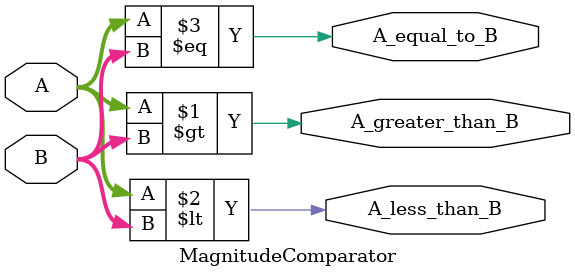
<source format=v>
module MagnitudeComparator(
  input [3:0] A, B,
  output A_greater_than_B,
  output A_less_than_B,
  output A_equal_to_B
);

  assign A_greater_than_B = (A > B);
  assign A_less_than_B = (A < B);
  assign A_equal_to_B = (A == B);

endmodule

</source>
